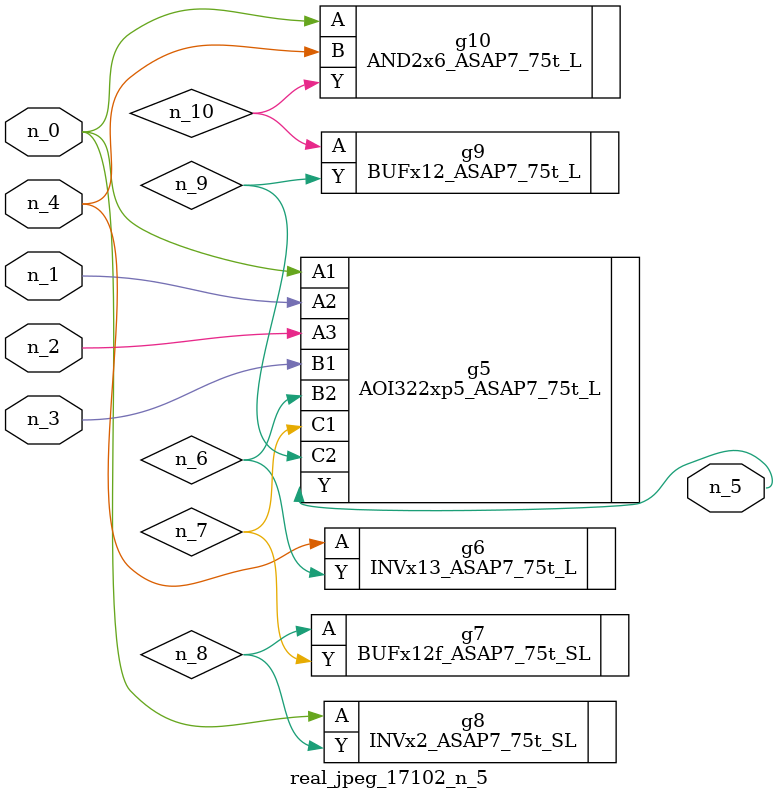
<source format=v>
module real_jpeg_17102_n_5 (n_4, n_0, n_1, n_2, n_3, n_5);

input n_4;
input n_0;
input n_1;
input n_2;
input n_3;

output n_5;

wire n_8;
wire n_6;
wire n_7;
wire n_10;
wire n_9;

AOI322xp5_ASAP7_75t_L g5 ( 
.A1(n_0),
.A2(n_1),
.A3(n_2),
.B1(n_3),
.B2(n_6),
.C1(n_7),
.C2(n_9),
.Y(n_5)
);

INVx2_ASAP7_75t_SL g8 ( 
.A(n_0),
.Y(n_8)
);

AND2x6_ASAP7_75t_L g10 ( 
.A(n_0),
.B(n_4),
.Y(n_10)
);

INVx13_ASAP7_75t_L g6 ( 
.A(n_4),
.Y(n_6)
);

BUFx12f_ASAP7_75t_SL g7 ( 
.A(n_8),
.Y(n_7)
);

BUFx12_ASAP7_75t_L g9 ( 
.A(n_10),
.Y(n_9)
);


endmodule
</source>
